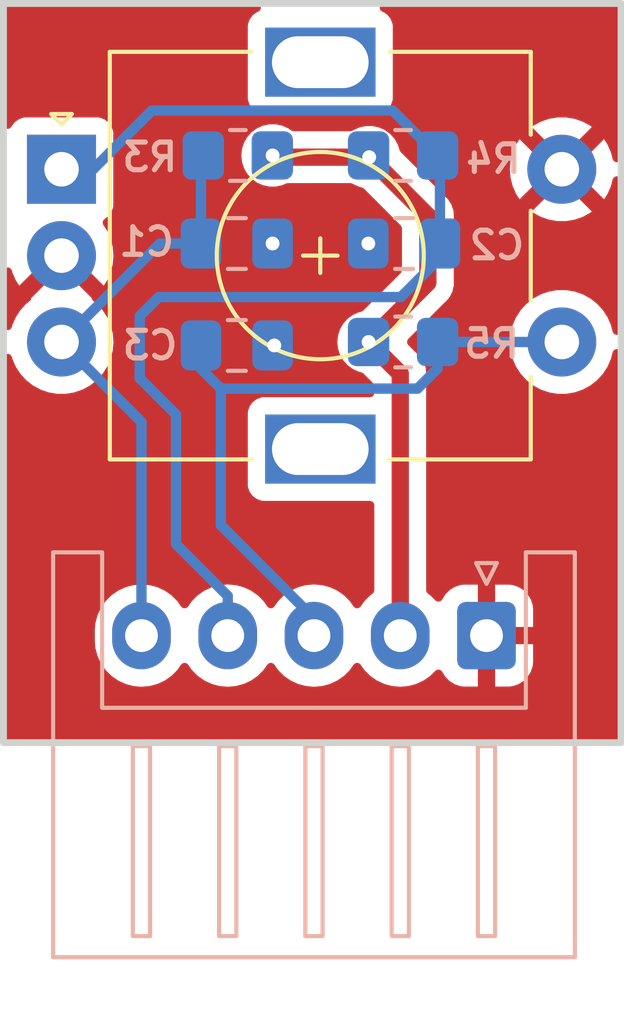
<source format=kicad_pcb>
(kicad_pcb (version 20221018) (generator pcbnew)
  (layers (0 "F.Cu" signal) (31 "B.Cu" signal) (34 "B.Paste" user) (35 "F.Paste" user) (36 "B.SilkS" user "B.Silkscreen") (37 "F.SilkS" user "F.Silkscreen") (38 "B.Mask" user) (39 "F.Mask" user) (44 "Edge.Cuts" user))
  (net 0 "")
  (net 1 "/CLK")
  (net 2 "GND")
  (net 3 "/DT")
  (net 4 "/SW")
  (net 5 "+3.3V")
  (footprint "Rotary_Encoder:RotaryEncoder_Alps_EC11E-Switch_Vertical_H20mm" (layer "F.Cu") (at 135.9825 73.35)
    (fp_text reference "SW1" hide)
    (fp_text value "RotaryEncoder_Switch")
    (fp_line (start -0.3 -1.6) (end 0.3 -1.6) (stroke (width 0.12)) (layer "F.SilkS"))
    (fp_line (start 0 -1.3) (end -0.3 -1.6) (stroke (width 0.12)) (layer "F.SilkS"))
    (fp_line (start 0.3 -1.6) (end 0 -1.3) (stroke (width 0.12)) (layer "F.SilkS"))
    (fp_line (start 1.4 -3.4) (end 1.4 8.4) (stroke (width 0.12)) (layer "F.SilkS"))
    (fp_line (start 5.5 -3.4) (end 1.4 -3.4) (stroke (width 0.12)) (layer "F.SilkS"))
    (fp_line (start 5.5 8.4) (end 1.4 8.4) (stroke (width 0.12)) (layer "F.SilkS"))
    (fp_line (start 7 2.5) (end 8 2.5) (stroke (width 0.12)) (layer "F.SilkS"))
    (fp_line (start 7.5 2) (end 7.5 3) (stroke (width 0.12)) (layer "F.SilkS"))
    (fp_line (start 9.5 -3.4) (end 13.6 -3.4) (stroke (width 0.12)) (layer "F.SilkS"))
    (fp_line (start 13.6 -3.4) (end 13.6 -1) (stroke (width 0.12)) (layer "F.SilkS"))
    (fp_line (start 13.6 1.2) (end 13.6 3.8) (stroke (width 0.12)) (layer "F.SilkS"))
    (fp_line (start 13.6 6) (end 13.6 8.4) (stroke (width 0.12)) (layer "F.SilkS"))
    (fp_line (start 13.6 8.4) (end 9.5 8.4) (stroke (width 0.12)) (layer "F.SilkS"))
    (fp_circle (center 7.5 2.5) (end 10.5 2.5) (stroke (width 0.12)) (fill none) (layer "F.SilkS"))
    (pad "A" thru_hole rect (at 0 0) (size 2 2) (drill 1) (layers "*.Cu" "*.Mask") (net 3 "/DT"))
    (pad "B" thru_hole circle (at 0 5) (size 2 2) (drill 1) (layers "*.Cu" "*.Mask") (net 1 "/CLK"))
    (pad "C" thru_hole circle (at 0 2.5) (size 2 2) (drill 1) (layers "*.Cu" "*.Mask") (net 2 "GND"))
    (pad "MP" thru_hole rect (at 7.5 -3.1) (size 3.2 2) (drill oval 2.8 1.5) (layers "*.Cu" "*.Mask"))
    (pad "MP" thru_hole rect (at 7.5 8.1) (size 3.2 2) (drill oval 2.8 1.5) (layers "*.Cu" "*.Mask"))
    (pad "S1" thru_hole circle (at 14.5 5) (size 2 2) (drill 1) (layers "*.Cu" "*.Mask") (net 4 "/SW"))
    (pad "S2" thru_hole circle (at 14.5 0) (size 2 2) (drill 1) (layers "*.Cu" "*.Mask") (net 2 "GND"))
  )
  (footprint "Resistor_SMD:R_0805_2012Metric_Pad1.20x1.40mm_HandSolder" (layer "B.Cu") (at 145.8825 78.35 180)
    (fp_text reference "R5" (at -2.5675 -0.05) (layer "B.SilkS") (effects (font (size 0.8 0.8)) (justify mirror)))
    (fp_text value "10k")
    (fp_line (start -0.227064 -0.735) (end 0.227064 -0.735) (stroke (width 0.12)) (layer "B.SilkS"))
    (fp_line (start -0.227064 0.735) (end 0.227064 0.735) (stroke (width 0.12)) (layer "B.SilkS"))
    (pad "1" smd roundrect (at -1 0 180) (size 1.2 1.4) (layers "B.Cu" "B.Paste" "B.Mask") (roundrect_rratio 0.208333) (net 4 "/SW"))
    (pad "2" smd roundrect (at 1 0 180) (size 1.2 1.4) (layers "B.Cu" "B.Paste" "B.Mask") (roundrect_rratio 0.208333) (net 5 "+3.3V"))
  )
  (footprint "Capacitor_SMD:C_0805_2012Metric_Pad1.18x1.45mm_HandSolder" (layer "B.Cu") (at 141.0625 75.5)
    (fp_text reference "C1" (at -2.6125 -0.05) (layer "B.SilkS") (effects (font (size 0.8 0.8)) (justify mirror)))
    (fp_text value "C")
    (fp_line (start -0.261252 -0.735) (end 0.261252 -0.735) (stroke (width 0.12)) (layer "B.SilkS"))
    (fp_line (start -0.261252 0.735) (end 0.261252 0.735) (stroke (width 0.12)) (layer "B.SilkS"))
    (pad "1" smd roundrect (at -1.0375 0) (size 1.175 1.45) (layers "B.Cu" "B.Paste" "B.Mask") (roundrect_rratio 0.212766) (net 1 "/CLK"))
    (pad "2" smd roundrect (at 1.0375 0) (size 1.175 1.45) (layers "B.Cu" "B.Paste" "B.Mask") (roundrect_rratio 0.212766) (net 2 "GND"))
  )
  (footprint "Capacitor_SMD:C_0805_2012Metric_Pad1.18x1.45mm_HandSolder" (layer "B.Cu") (at 145.9125 75.5 180)
    (fp_text reference "C2" (at -2.6875 -0.05) (layer "B.SilkS") (effects (font (size 0.8 0.8)) (justify mirror)))
    (fp_text value "C")
    (fp_line (start -0.261252 -0.735) (end 0.261252 -0.735) (stroke (width 0.12)) (layer "B.SilkS"))
    (fp_line (start -0.261252 0.735) (end 0.261252 0.735) (stroke (width 0.12)) (layer "B.SilkS"))
    (pad "1" smd roundrect (at -1.0375 0 180) (size 1.175 1.45) (layers "B.Cu" "B.Paste" "B.Mask") (roundrect_rratio 0.212766) (net 3 "/DT"))
    (pad "2" smd roundrect (at 1.0375 0 180) (size 1.175 1.45) (layers "B.Cu" "B.Paste" "B.Mask") (roundrect_rratio 0.212766) (net 2 "GND"))
  )
  (footprint "Resistor_SMD:R_0805_2012Metric_Pad1.20x1.40mm_HandSolder" (layer "B.Cu") (at 145.8825 72.95 180)
    (fp_text reference "R4" (at -2.6175 -0.1) (layer "B.SilkS") (effects (font (size 0.8 0.8)) (justify mirror)))
    (fp_text value "10k")
    (fp_line (start -0.227064 -0.735) (end 0.227064 -0.735) (stroke (width 0.12)) (layer "B.SilkS"))
    (fp_line (start -0.227064 0.735) (end 0.227064 0.735) (stroke (width 0.12)) (layer "B.SilkS"))
    (pad "1" smd roundrect (at -1 0 180) (size 1.2 1.4) (layers "B.Cu" "B.Paste" "B.Mask") (roundrect_rratio 0.208333) (net 3 "/DT"))
    (pad "2" smd roundrect (at 1 0 180) (size 1.2 1.4) (layers "B.Cu" "B.Paste" "B.Mask") (roundrect_rratio 0.208333) (net 5 "+3.3V"))
  )
  (footprint "Connector_JST:JST_XH_S5B-XH-A_1x05_P2.50mm_Horizontal" (layer "B.Cu") (at 148.3 86.85 180)
    (fp_text reference "J1" hide)
    (fp_text value "Conn_01x05_Socket")
    (fp_line (start -2.56 -9.31) (end -2.56 2.41) (stroke (width 0.12)) (layer "B.SilkS"))
    (fp_line (start -2.56 2.41) (end -1.14 2.41) (stroke (width 0.12)) (layer "B.SilkS"))
    (fp_line (start -1.14 -2.09) (end 5 -2.09) (stroke (width 0.12)) (layer "B.SilkS"))
    (fp_line (start -1.14 2.41) (end -1.14 -2.09) (stroke (width 0.12)) (layer "B.SilkS"))
    (fp_line (start -0.3 2.1) (end 0.3 2.1) (stroke (width 0.12)) (layer "B.SilkS"))
    (fp_line (start -0.25 -8.7) (end 0.25 -8.7) (stroke (width 0.12)) (layer "B.SilkS"))
    (fp_line (start -0.25 -3.2) (end -0.25 -8.7) (stroke (width 0.12)) (layer "B.SilkS"))
    (fp_line (start 0 1.5) (end -0.3 2.1) (stroke (width 0.12)) (layer "B.SilkS"))
    (fp_line (start 0.25 -8.7) (end 0.25 -3.2) (stroke (width 0.12)) (layer "B.SilkS"))
    (fp_line (start 0.25 -3.2) (end -0.25 -3.2) (stroke (width 0.12)) (layer "B.SilkS"))
    (fp_line (start 0.3 2.1) (end 0 1.5) (stroke (width 0.12)) (layer "B.SilkS"))
    (fp_line (start 2.25 -8.7) (end 2.75 -8.7) (stroke (width 0.12)) (layer "B.SilkS"))
    (fp_line (start 2.25 -3.2) (end 2.25 -8.7) (stroke (width 0.12)) (layer "B.SilkS"))
    (fp_line (start 2.75 -8.7) (end 2.75 -3.2) (stroke (width 0.12)) (layer "B.SilkS"))
    (fp_line (start 2.75 -3.2) (end 2.25 -3.2) (stroke (width 0.12)) (layer "B.SilkS"))
    (fp_line (start 4.75 -8.7) (end 5.25 -8.7) (stroke (width 0.12)) (layer "B.SilkS"))
    (fp_line (start 4.75 -3.2) (end 4.75 -8.7) (stroke (width 0.12)) (layer "B.SilkS"))
    (fp_line (start 5 -9.31) (end -2.56 -9.31) (stroke (width 0.12)) (layer "B.SilkS"))
    (fp_line (start 5 -9.31) (end 12.56 -9.31) (stroke (width 0.12)) (layer "B.SilkS"))
    (fp_line (start 5.25 -8.7) (end 5.25 -3.2) (stroke (width 0.12)) (layer "B.SilkS"))
    (fp_line (start 5.25 -3.2) (end 4.75 -3.2) (stroke (width 0.12)) (layer "B.SilkS"))
    (fp_line (start 7.25 -8.7) (end 7.75 -8.7) (stroke (width 0.12)) (layer "B.SilkS"))
    (fp_line (start 7.25 -3.2) (end 7.25 -8.7) (stroke (width 0.12)) (layer "B.SilkS"))
    (fp_line (start 7.75 -8.7) (end 7.75 -3.2) (stroke (width 0.12)) (layer "B.SilkS"))
    (fp_line (start 7.75 -3.2) (end 7.25 -3.2) (stroke (width 0.12)) (layer "B.SilkS"))
    (fp_line (start 9.75 -8.7) (end 10.25 -8.7) (stroke (width 0.12)) (layer "B.SilkS"))
    (fp_line (start 9.75 -3.2) (end 9.75 -8.7) (stroke (width 0.12)) (layer "B.SilkS"))
    (fp_line (start 10.25 -8.7) (end 10.25 -3.2) (stroke (width 0.12)) (layer "B.SilkS"))
    (fp_line (start 10.25 -3.2) (end 9.75 -3.2) (stroke (width 0.12)) (layer "B.SilkS"))
    (fp_line (start 11.14 -2.09) (end 5 -2.09) (stroke (width 0.12)) (layer "B.SilkS"))
    (fp_line (start 11.14 2.41) (end 11.14 -2.09) (stroke (width 0.12)) (layer "B.SilkS"))
    (fp_line (start 12.56 -9.31) (end 12.56 2.41) (stroke (width 0.12)) (layer "B.SilkS"))
    (fp_line (start 12.56 2.41) (end 11.14 2.41) (stroke (width 0.12)) (layer "B.SilkS"))
    (pad "1" thru_hole roundrect (at 0 0 180) (size 1.7 1.95) (drill 0.95) (layers "*.Cu" "*.Mask") (roundrect_rratio 0.147059) (net 2 "GND"))
    (pad "2" thru_hole oval (at 2.5 0 180) (size 1.7 1.95) (drill 0.95) (layers "*.Cu" "*.Mask") (net 5 "+3.3V"))
    (pad "3" thru_hole oval (at 5 0 180) (size 1.7 1.95) (drill 0.95) (layers "*.Cu" "*.Mask") (net 4 "/SW"))
    (pad "4" thru_hole oval (at 7.5 0 180) (size 1.7 1.95) (drill 0.95) (layers "*.Cu" "*.Mask") (net 3 "/DT"))
    (pad "5" thru_hole oval (at 10 0 180) (size 1.7 1.95) (drill 0.95) (layers "*.Cu" "*.Mask") (net 1 "/CLK"))
  )
  (footprint "Capacitor_SMD:C_0805_2012Metric_Pad1.18x1.45mm_HandSolder" (layer "B.Cu") (at 141.0625 78.45)
    (fp_text reference "C3" (at -2.5125 0) (layer "B.SilkS") (effects (font (size 0.8 0.8)) (justify mirror)))
    (fp_text value "C")
    (fp_line (start -0.261252 -0.735) (end 0.261252 -0.735) (stroke (width 0.12)) (layer "B.SilkS"))
    (fp_line (start -0.261252 0.735) (end 0.261252 0.735) (stroke (width 0.12)) (layer "B.SilkS"))
    (pad "1" smd roundrect (at -1.0375 0) (size 1.175 1.45) (layers "B.Cu" "B.Paste" "B.Mask") (roundrect_rratio 0.212766) (net 4 "/SW"))
    (pad "2" smd roundrect (at 1.0375 0) (size 1.175 1.45) (layers "B.Cu" "B.Paste" "B.Mask") (roundrect_rratio 0.212766) (net 2 "GND"))
  )
  (footprint "Resistor_SMD:R_0805_2012Metric_Pad1.20x1.40mm_HandSolder" (layer "B.Cu") (at 141.0925 72.95)
    (fp_text reference "R3" (at -2.55 0.05) (layer "B.SilkS") (effects (font (size 0.8 0.8)) (justify mirror)))
    (fp_text value "10k")
    (fp_line (start -0.227064 -0.735) (end 0.227064 -0.735) (stroke (width 0.12)) (layer "B.SilkS"))
    (fp_line (start -0.227064 0.735) (end 0.227064 0.735) (stroke (width 0.12)) (layer "B.SilkS"))
    (pad "1" smd roundrect (at -1 0) (size 1.2 1.4) (layers "B.Cu" "B.Paste" "B.Mask") (roundrect_rratio 0.208333) (net 1 "/CLK"))
    (pad "2" smd roundrect (at 1 0) (size 1.2 1.4) (layers "B.Cu" "B.Paste" "B.Mask") (roundrect_rratio 0.208333) (net 5 "+3.3V"))
  )
  (gr_rect (start 134.3 68.55) (end 152.2 89.95) (stroke (width 0.2)) (fill none) (layer "Edge.Cuts"))
  (segment (start 135.9825 78.35) (end 138.3 80.6675) (width 0.3) (layer "B.Cu") (net 1))
  (segment (start 138.3 80.6675) (end 138.3 86.85) (width 0.3) (layer "B.Cu") (net 1))
  (segment (start 140.025 73.0175) (end 140.0925 72.95) (width 0.3) (layer "B.Cu") (net 1))
  (segment (start 140 73.25) (end 139.7 72.95) (width 0.3) (layer "B.Cu") (net 1))
  (segment (start 138.8325 75.5) (end 140.025 75.5) (width 0.3) (layer "B.Cu") (net 1))
  (segment (start 140.025 75.5) (end 140 75.475) (width 0.3) (layer "B.Cu") (net 1))
  (segment (start 135.9825 78.35) (end 138.8325 75.5) (width 0.3) (layer "B.Cu") (net 1))
  (segment (start 140.025 75.5) (end 140.025 73.0175) (width 0.3) (layer "B.Cu") (net 1))
  (via (at 142.1 75.5) (size 0.8) (drill 0.4) (layers "F.Cu" "B.Cu") (net 2))
  (via (at 142.15 78.45) (size 0.8) (drill 0.4) (layers "F.Cu" "B.Cu") (net 2))
  (via (at 144.875 75.5) (size 0.8) (drill 0.4) (layers "F.Cu" "B.Cu") (net 2))
  (segment (start 145.5825 71.65) (end 146.95 73.0175) (width 0.3) (layer "B.Cu") (net 3))
  (segment (start 138.6 71.65) (end 145.5825 71.65) (width 0.3) (layer "B.Cu") (net 3))
  (segment (start 138.25 79.4) (end 139.3 80.45) (width 0.3) (layer "B.Cu") (net 3))
  (segment (start 135.9825 73.35) (end 136.9 73.35) (width 0.3) (layer "B.Cu") (net 3))
  (segment (start 146.95 75.9175) (end 145.8175 77.05) (width 0.3) (layer "B.Cu") (net 3))
  (segment (start 146.95 73.0175) (end 146.95 75.9175) (width 0.3) (layer "B.Cu") (net 3))
  (segment (start 145.8175 77.05) (end 138.8 77.05) (width 0.3) (layer "B.Cu") (net 3))
  (segment (start 138.8 77.05) (end 138.25 77.6) (width 0.3) (layer "B.Cu") (net 3))
  (segment (start 140.8 85.7) (end 140.8 86.85) (width 0.3) (layer "B.Cu") (net 3))
  (segment (start 138.25 77.6) (end 138.25 79.4) (width 0.3) (layer "B.Cu") (net 3))
  (segment (start 139.3 84.2) (end 140.8 85.7) (width 0.3) (layer "B.Cu") (net 3))
  (segment (start 136.9 73.35) (end 138.6 71.65) (width 0.3) (layer "B.Cu") (net 3))
  (segment (start 139.3 80.45) (end 139.3 84.2) (width 0.3) (layer "B.Cu") (net 3))
  (segment (start 140.025 79.125) (end 140.6 79.7) (width 0.3) (layer "B.Cu") (net 4))
  (segment (start 140.6 79.7) (end 140.6 83.65) (width 0.3) (layer "B.Cu") (net 4))
  (segment (start 143.3 86.35) (end 143.3 86.85) (width 0.3) (layer "B.Cu") (net 4))
  (segment (start 146.3 79.7) (end 146.8825 79.1175) (width 0.3) (layer "B.Cu") (net 4))
  (segment (start 146.8825 79.1175) (end 146.8825 78.35) (width 0.3) (layer "B.Cu") (net 4))
  (segment (start 146.8825 78.35) (end 150.4825 78.35) (width 0.3) (layer "B.Cu") (net 4))
  (segment (start 139.975 78.4) (end 140.025 78.45) (width 0.3) (layer "B.Cu") (net 4))
  (segment (start 140.025 78.45) (end 140.025 79.125) (width 0.3) (layer "B.Cu") (net 4))
  (segment (start 139.6625 78.4) (end 139.975 78.4) (width 0.3) (layer "B.Cu") (net 4))
  (segment (start 140.6 83.65) (end 143.3 86.35) (width 0.3) (layer "B.Cu") (net 4))
  (segment (start 140.6 79.7) (end 146.3 79.7) (width 0.3) (layer "B.Cu") (net 4))
  (segment (start 146.6 76.6325) (end 146.6 74.7) (width 0.5) (layer "F.Cu") (net 5))
  (segment (start 145.8 79.2675) (end 145.8 86.85) (width 0.5) (layer "F.Cu") (net 5))
  (segment (start 144.8825 78.35) (end 145.8 79.2675) (width 0.5) (layer "F.Cu") (net 5))
  (segment (start 146.6 74.7) (end 144.9 73) (width 0.5) (layer "F.Cu") (net 5))
  (segment (start 144.9 73) (end 142.15 73) (width 0.5) (layer "F.Cu") (net 5))
  (segment (start 144.8825 78.35) (end 146.6 76.6325) (width 0.5) (layer "F.Cu") (net 5))
  (segment (start 142.15 73) (end 142.1 72.95) (width 0.5) (layer "F.Cu") (net 5))
  (via (at 144.9 73) (size 0.8) (drill 0.4) (layers "F.Cu" "B.Cu") (net 5))
  (via (at 144.8825 78.35) (size 0.8) (drill 0.4) (layers "F.Cu" "B.Cu") (net 5))
  (via (at 142.1 72.95) (size 0.8) (drill 0.4) (layers "F.Cu" "B.Cu") (net 5))
  (zone (net 2) (net_name "GND") (layer "F.Cu") (connect_pads (clearance 0.5)) (min_thickness 0.25) (fill yes (thermal_gap 0.5) (thermal_bridge_width 0.5))
    (polygon (pts (xy 134.3 68.55) (xy 152.2 68.55) (xy 152.2 89.95) (xy 134.3 89.95)))
  )
)
</source>
